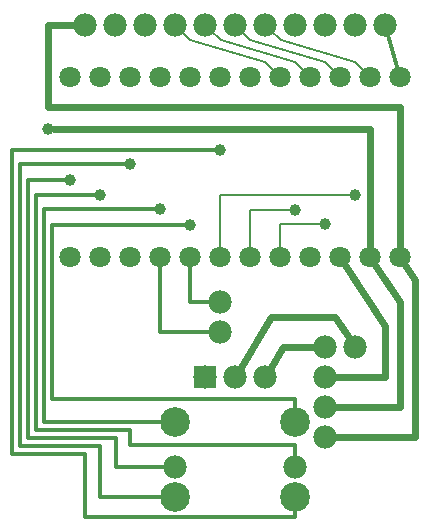
<source format=gbl>
G04 MADE WITH FRITZING*
G04 WWW.FRITZING.ORG*
G04 DOUBLE SIDED*
G04 HOLES PLATED*
G04 CONTOUR ON CENTER OF CONTOUR VECTOR*
%ASAXBY*%
%FSLAX23Y23*%
%MOIN*%
%OFA0B0*%
%SFA1.0B1.0*%
%ADD10C,0.099055*%
%ADD11C,0.078000*%
%ADD12C,0.070866*%
%ADD13C,0.039370*%
%ADD14R,0.078000X0.078000*%
%ADD15C,0.012000*%
%ADD16C,0.024000*%
%ADD17C,0.008000*%
%LNCOPPER0*%
G90*
G70*
G54D10*
X1050Y100D03*
X650Y100D03*
X650Y350D03*
G54D11*
X1050Y200D03*
G54D10*
X1050Y350D03*
G54D11*
X650Y200D03*
X350Y1675D03*
X450Y1675D03*
X550Y1675D03*
X650Y1675D03*
X750Y1675D03*
X850Y1675D03*
X950Y1675D03*
X1050Y1675D03*
X1150Y1675D03*
X1250Y1675D03*
X1350Y1675D03*
X350Y1675D03*
X450Y1675D03*
X550Y1675D03*
X650Y1675D03*
X750Y1675D03*
X850Y1675D03*
X950Y1675D03*
X1050Y1675D03*
X1150Y1675D03*
X1250Y1675D03*
X1350Y1675D03*
G54D12*
X1400Y900D03*
X1300Y900D03*
X1200Y900D03*
X1100Y900D03*
X1000Y900D03*
X900Y900D03*
X800Y900D03*
X700Y900D03*
X600Y900D03*
X500Y900D03*
X400Y900D03*
X300Y900D03*
X1400Y1500D03*
X1300Y1500D03*
X1200Y1500D03*
X1100Y1500D03*
X1000Y1500D03*
X900Y1500D03*
X800Y1500D03*
X700Y1500D03*
X600Y1500D03*
X500Y1500D03*
X400Y1500D03*
X300Y1500D03*
G54D11*
X800Y750D03*
X800Y650D03*
X1150Y601D03*
X1250Y601D03*
X1150Y300D03*
X1150Y400D03*
X1150Y500D03*
G54D13*
X1250Y1108D03*
X1150Y1009D03*
X1050Y1058D03*
X227Y1328D03*
X700Y1008D03*
X600Y1059D03*
X400Y1108D03*
X300Y1158D03*
X500Y1209D03*
X800Y1258D03*
G54D11*
X750Y500D03*
X850Y500D03*
X950Y500D03*
G54D14*
X750Y500D03*
G54D15*
X700Y750D02*
X700Y875D01*
D02*
X775Y750D02*
X700Y750D01*
D02*
X600Y650D02*
X600Y875D01*
D02*
X775Y650D02*
X600Y650D01*
G54D16*
D02*
X1450Y825D02*
X1450Y300D01*
D02*
X1450Y300D02*
X1180Y300D01*
D02*
X1417Y875D02*
X1450Y825D01*
D02*
X1400Y751D02*
X1400Y400D01*
D02*
X1400Y400D02*
X1180Y400D01*
D02*
X1317Y875D02*
X1400Y751D01*
D02*
X1350Y669D02*
X1350Y500D01*
D02*
X1350Y500D02*
X1180Y500D01*
D02*
X1217Y875D02*
X1350Y669D01*
G54D15*
D02*
X1393Y1525D02*
X1356Y1651D01*
G54D17*
D02*
X1249Y1551D02*
X1001Y1624D01*
D02*
X1001Y1624D02*
X967Y1657D01*
D02*
X1282Y1518D02*
X1249Y1551D01*
D02*
X900Y1624D02*
X867Y1657D01*
D02*
X1149Y1551D02*
X900Y1624D01*
D02*
X1182Y1518D02*
X1149Y1551D01*
D02*
X1049Y1551D02*
X801Y1625D01*
D02*
X801Y1625D02*
X767Y1658D01*
D02*
X1082Y1518D02*
X1049Y1551D01*
D02*
X800Y1108D02*
X1236Y1108D01*
D02*
X800Y926D02*
X800Y1108D01*
D02*
X1000Y1009D02*
X1136Y1009D01*
D02*
X1000Y926D02*
X1000Y1009D01*
D02*
X900Y1058D02*
X1036Y1058D01*
D02*
X900Y926D02*
X900Y1058D01*
D02*
X949Y1551D02*
X700Y1625D01*
D02*
X700Y1625D02*
X667Y1657D01*
D02*
X982Y1518D02*
X949Y1551D01*
G54D16*
D02*
X1400Y1401D02*
X227Y1401D01*
D02*
X227Y1401D02*
X227Y1675D01*
D02*
X1400Y931D02*
X1400Y1401D01*
D02*
X227Y1675D02*
X319Y1675D01*
D02*
X1300Y1328D02*
X246Y1328D01*
D02*
X1300Y931D02*
X1300Y1328D01*
G54D15*
D02*
X238Y1008D02*
X686Y1008D01*
D02*
X238Y426D02*
X238Y1008D01*
D02*
X1050Y426D02*
X238Y426D01*
D02*
X1050Y385D02*
X1050Y426D01*
D02*
X211Y1059D02*
X586Y1059D01*
D02*
X211Y350D02*
X211Y1059D01*
D02*
X626Y350D02*
X211Y350D01*
D02*
X106Y1258D02*
X787Y1258D01*
D02*
X106Y245D02*
X106Y1258D01*
D02*
X348Y245D02*
X106Y245D01*
D02*
X348Y35D02*
X348Y245D01*
D02*
X1050Y35D02*
X348Y35D01*
D02*
X1050Y65D02*
X1050Y35D01*
D02*
X132Y1209D02*
X486Y1209D01*
D02*
X132Y271D02*
X132Y1209D01*
D02*
X400Y271D02*
X132Y271D01*
D02*
X400Y100D02*
X400Y271D01*
D02*
X626Y100D02*
X400Y100D01*
D02*
X159Y1158D02*
X286Y1158D01*
D02*
X159Y297D02*
X159Y1158D01*
D02*
X451Y297D02*
X159Y297D01*
D02*
X451Y200D02*
X451Y297D01*
D02*
X625Y200D02*
X451Y200D01*
D02*
X185Y324D02*
X185Y1108D01*
D02*
X185Y1108D02*
X386Y1108D01*
D02*
X500Y324D02*
X185Y324D01*
D02*
X500Y275D02*
X500Y324D01*
D02*
X1050Y275D02*
X500Y275D01*
D02*
X1050Y225D02*
X1050Y275D01*
G54D16*
D02*
X1182Y701D02*
X970Y701D01*
D02*
X970Y701D02*
X865Y526D01*
D02*
X1233Y626D02*
X1182Y701D01*
D02*
X1010Y601D02*
X965Y526D01*
D02*
X1120Y601D02*
X1010Y601D01*
G04 End of Copper0*
M02*
</source>
